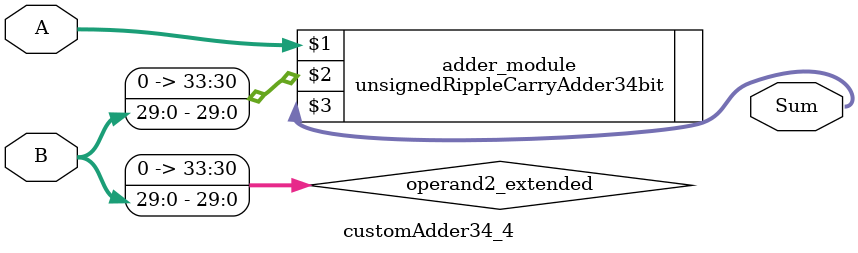
<source format=v>
module customAdder34_4(
                        input [33 : 0] A,
                        input [29 : 0] B,
                        
                        output [34 : 0] Sum
                );

        wire [33 : 0] operand2_extended;
        
        assign operand2_extended =  {4'b0, B};
        
        unsignedRippleCarryAdder34bit adder_module(
            A,
            operand2_extended,
            Sum
        );
        
        endmodule
        
</source>
